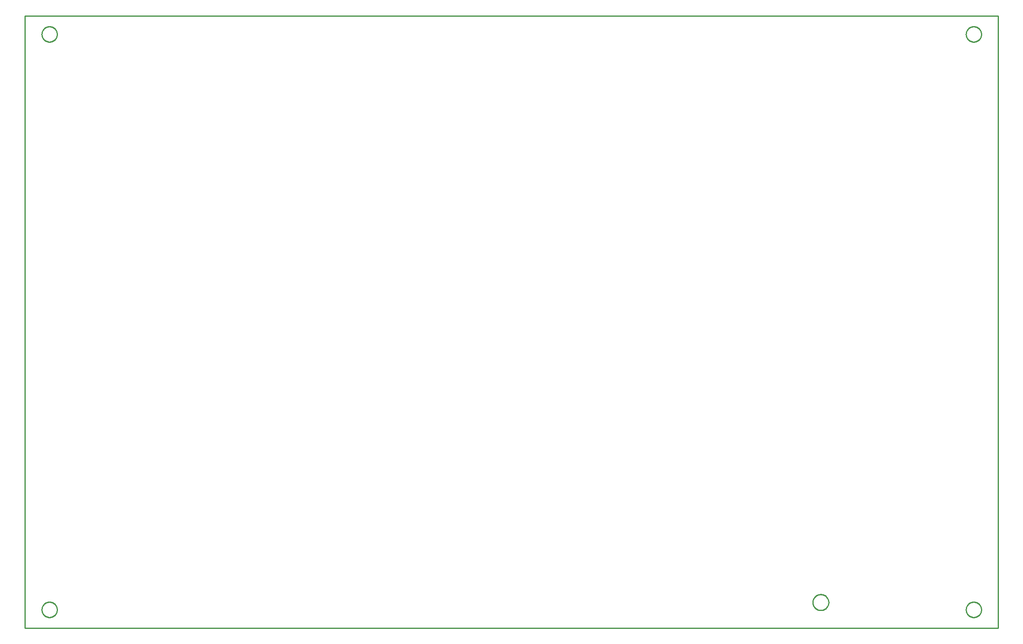
<source format=gko>
G04 EAGLE Gerber RS-274X export*
G75*
%MOMM*%
%FSLAX34Y34*%
%LPD*%
%INBoard Outline*%
%IPPOS*%
%AMOC8*
5,1,8,0,0,1.08239X$1,22.5*%
G01*
%ADD10C,0.000000*%
%ADD11C,0.254000*%


D10*
X-12700Y0D02*
X2006600Y0D01*
X2006600Y1270000D01*
X-12700Y1270000D01*
X-12700Y0D01*
X22225Y38100D02*
X22230Y38490D01*
X22244Y38879D01*
X22268Y39268D01*
X22301Y39656D01*
X22344Y40043D01*
X22397Y40429D01*
X22459Y40814D01*
X22530Y41197D01*
X22611Y41578D01*
X22701Y41957D01*
X22800Y42334D01*
X22909Y42708D01*
X23026Y43080D01*
X23153Y43448D01*
X23289Y43813D01*
X23433Y44175D01*
X23587Y44533D01*
X23749Y44887D01*
X23920Y45238D01*
X24099Y45583D01*
X24287Y45925D01*
X24484Y46261D01*
X24688Y46593D01*
X24900Y46920D01*
X25121Y47241D01*
X25349Y47557D01*
X25585Y47867D01*
X25828Y48171D01*
X26079Y48469D01*
X26337Y48761D01*
X26603Y49046D01*
X26875Y49325D01*
X27154Y49597D01*
X27439Y49863D01*
X27731Y50121D01*
X28029Y50372D01*
X28333Y50615D01*
X28643Y50851D01*
X28959Y51079D01*
X29280Y51300D01*
X29607Y51512D01*
X29939Y51716D01*
X30275Y51913D01*
X30617Y52101D01*
X30962Y52280D01*
X31313Y52451D01*
X31667Y52613D01*
X32025Y52767D01*
X32387Y52911D01*
X32752Y53047D01*
X33120Y53174D01*
X33492Y53291D01*
X33866Y53400D01*
X34243Y53499D01*
X34622Y53589D01*
X35003Y53670D01*
X35386Y53741D01*
X35771Y53803D01*
X36157Y53856D01*
X36544Y53899D01*
X36932Y53932D01*
X37321Y53956D01*
X37710Y53970D01*
X38100Y53975D01*
X38490Y53970D01*
X38879Y53956D01*
X39268Y53932D01*
X39656Y53899D01*
X40043Y53856D01*
X40429Y53803D01*
X40814Y53741D01*
X41197Y53670D01*
X41578Y53589D01*
X41957Y53499D01*
X42334Y53400D01*
X42708Y53291D01*
X43080Y53174D01*
X43448Y53047D01*
X43813Y52911D01*
X44175Y52767D01*
X44533Y52613D01*
X44887Y52451D01*
X45238Y52280D01*
X45583Y52101D01*
X45925Y51913D01*
X46261Y51716D01*
X46593Y51512D01*
X46920Y51300D01*
X47241Y51079D01*
X47557Y50851D01*
X47867Y50615D01*
X48171Y50372D01*
X48469Y50121D01*
X48761Y49863D01*
X49046Y49597D01*
X49325Y49325D01*
X49597Y49046D01*
X49863Y48761D01*
X50121Y48469D01*
X50372Y48171D01*
X50615Y47867D01*
X50851Y47557D01*
X51079Y47241D01*
X51300Y46920D01*
X51512Y46593D01*
X51716Y46261D01*
X51913Y45925D01*
X52101Y45583D01*
X52280Y45238D01*
X52451Y44887D01*
X52613Y44533D01*
X52767Y44175D01*
X52911Y43813D01*
X53047Y43448D01*
X53174Y43080D01*
X53291Y42708D01*
X53400Y42334D01*
X53499Y41957D01*
X53589Y41578D01*
X53670Y41197D01*
X53741Y40814D01*
X53803Y40429D01*
X53856Y40043D01*
X53899Y39656D01*
X53932Y39268D01*
X53956Y38879D01*
X53970Y38490D01*
X53975Y38100D01*
X53970Y37710D01*
X53956Y37321D01*
X53932Y36932D01*
X53899Y36544D01*
X53856Y36157D01*
X53803Y35771D01*
X53741Y35386D01*
X53670Y35003D01*
X53589Y34622D01*
X53499Y34243D01*
X53400Y33866D01*
X53291Y33492D01*
X53174Y33120D01*
X53047Y32752D01*
X52911Y32387D01*
X52767Y32025D01*
X52613Y31667D01*
X52451Y31313D01*
X52280Y30962D01*
X52101Y30617D01*
X51913Y30275D01*
X51716Y29939D01*
X51512Y29607D01*
X51300Y29280D01*
X51079Y28959D01*
X50851Y28643D01*
X50615Y28333D01*
X50372Y28029D01*
X50121Y27731D01*
X49863Y27439D01*
X49597Y27154D01*
X49325Y26875D01*
X49046Y26603D01*
X48761Y26337D01*
X48469Y26079D01*
X48171Y25828D01*
X47867Y25585D01*
X47557Y25349D01*
X47241Y25121D01*
X46920Y24900D01*
X46593Y24688D01*
X46261Y24484D01*
X45925Y24287D01*
X45583Y24099D01*
X45238Y23920D01*
X44887Y23749D01*
X44533Y23587D01*
X44175Y23433D01*
X43813Y23289D01*
X43448Y23153D01*
X43080Y23026D01*
X42708Y22909D01*
X42334Y22800D01*
X41957Y22701D01*
X41578Y22611D01*
X41197Y22530D01*
X40814Y22459D01*
X40429Y22397D01*
X40043Y22344D01*
X39656Y22301D01*
X39268Y22268D01*
X38879Y22244D01*
X38490Y22230D01*
X38100Y22225D01*
X37710Y22230D01*
X37321Y22244D01*
X36932Y22268D01*
X36544Y22301D01*
X36157Y22344D01*
X35771Y22397D01*
X35386Y22459D01*
X35003Y22530D01*
X34622Y22611D01*
X34243Y22701D01*
X33866Y22800D01*
X33492Y22909D01*
X33120Y23026D01*
X32752Y23153D01*
X32387Y23289D01*
X32025Y23433D01*
X31667Y23587D01*
X31313Y23749D01*
X30962Y23920D01*
X30617Y24099D01*
X30275Y24287D01*
X29939Y24484D01*
X29607Y24688D01*
X29280Y24900D01*
X28959Y25121D01*
X28643Y25349D01*
X28333Y25585D01*
X28029Y25828D01*
X27731Y26079D01*
X27439Y26337D01*
X27154Y26603D01*
X26875Y26875D01*
X26603Y27154D01*
X26337Y27439D01*
X26079Y27731D01*
X25828Y28029D01*
X25585Y28333D01*
X25349Y28643D01*
X25121Y28959D01*
X24900Y29280D01*
X24688Y29607D01*
X24484Y29939D01*
X24287Y30275D01*
X24099Y30617D01*
X23920Y30962D01*
X23749Y31313D01*
X23587Y31667D01*
X23433Y32025D01*
X23289Y32387D01*
X23153Y32752D01*
X23026Y33120D01*
X22909Y33492D01*
X22800Y33866D01*
X22701Y34243D01*
X22611Y34622D01*
X22530Y35003D01*
X22459Y35386D01*
X22397Y35771D01*
X22344Y36157D01*
X22301Y36544D01*
X22268Y36932D01*
X22244Y37321D01*
X22230Y37710D01*
X22225Y38100D01*
X22225Y1231900D02*
X22230Y1232290D01*
X22244Y1232679D01*
X22268Y1233068D01*
X22301Y1233456D01*
X22344Y1233843D01*
X22397Y1234229D01*
X22459Y1234614D01*
X22530Y1234997D01*
X22611Y1235378D01*
X22701Y1235757D01*
X22800Y1236134D01*
X22909Y1236508D01*
X23026Y1236880D01*
X23153Y1237248D01*
X23289Y1237613D01*
X23433Y1237975D01*
X23587Y1238333D01*
X23749Y1238687D01*
X23920Y1239038D01*
X24099Y1239383D01*
X24287Y1239725D01*
X24484Y1240061D01*
X24688Y1240393D01*
X24900Y1240720D01*
X25121Y1241041D01*
X25349Y1241357D01*
X25585Y1241667D01*
X25828Y1241971D01*
X26079Y1242269D01*
X26337Y1242561D01*
X26603Y1242846D01*
X26875Y1243125D01*
X27154Y1243397D01*
X27439Y1243663D01*
X27731Y1243921D01*
X28029Y1244172D01*
X28333Y1244415D01*
X28643Y1244651D01*
X28959Y1244879D01*
X29280Y1245100D01*
X29607Y1245312D01*
X29939Y1245516D01*
X30275Y1245713D01*
X30617Y1245901D01*
X30962Y1246080D01*
X31313Y1246251D01*
X31667Y1246413D01*
X32025Y1246567D01*
X32387Y1246711D01*
X32752Y1246847D01*
X33120Y1246974D01*
X33492Y1247091D01*
X33866Y1247200D01*
X34243Y1247299D01*
X34622Y1247389D01*
X35003Y1247470D01*
X35386Y1247541D01*
X35771Y1247603D01*
X36157Y1247656D01*
X36544Y1247699D01*
X36932Y1247732D01*
X37321Y1247756D01*
X37710Y1247770D01*
X38100Y1247775D01*
X38490Y1247770D01*
X38879Y1247756D01*
X39268Y1247732D01*
X39656Y1247699D01*
X40043Y1247656D01*
X40429Y1247603D01*
X40814Y1247541D01*
X41197Y1247470D01*
X41578Y1247389D01*
X41957Y1247299D01*
X42334Y1247200D01*
X42708Y1247091D01*
X43080Y1246974D01*
X43448Y1246847D01*
X43813Y1246711D01*
X44175Y1246567D01*
X44533Y1246413D01*
X44887Y1246251D01*
X45238Y1246080D01*
X45583Y1245901D01*
X45925Y1245713D01*
X46261Y1245516D01*
X46593Y1245312D01*
X46920Y1245100D01*
X47241Y1244879D01*
X47557Y1244651D01*
X47867Y1244415D01*
X48171Y1244172D01*
X48469Y1243921D01*
X48761Y1243663D01*
X49046Y1243397D01*
X49325Y1243125D01*
X49597Y1242846D01*
X49863Y1242561D01*
X50121Y1242269D01*
X50372Y1241971D01*
X50615Y1241667D01*
X50851Y1241357D01*
X51079Y1241041D01*
X51300Y1240720D01*
X51512Y1240393D01*
X51716Y1240061D01*
X51913Y1239725D01*
X52101Y1239383D01*
X52280Y1239038D01*
X52451Y1238687D01*
X52613Y1238333D01*
X52767Y1237975D01*
X52911Y1237613D01*
X53047Y1237248D01*
X53174Y1236880D01*
X53291Y1236508D01*
X53400Y1236134D01*
X53499Y1235757D01*
X53589Y1235378D01*
X53670Y1234997D01*
X53741Y1234614D01*
X53803Y1234229D01*
X53856Y1233843D01*
X53899Y1233456D01*
X53932Y1233068D01*
X53956Y1232679D01*
X53970Y1232290D01*
X53975Y1231900D01*
X53970Y1231510D01*
X53956Y1231121D01*
X53932Y1230732D01*
X53899Y1230344D01*
X53856Y1229957D01*
X53803Y1229571D01*
X53741Y1229186D01*
X53670Y1228803D01*
X53589Y1228422D01*
X53499Y1228043D01*
X53400Y1227666D01*
X53291Y1227292D01*
X53174Y1226920D01*
X53047Y1226552D01*
X52911Y1226187D01*
X52767Y1225825D01*
X52613Y1225467D01*
X52451Y1225113D01*
X52280Y1224762D01*
X52101Y1224417D01*
X51913Y1224075D01*
X51716Y1223739D01*
X51512Y1223407D01*
X51300Y1223080D01*
X51079Y1222759D01*
X50851Y1222443D01*
X50615Y1222133D01*
X50372Y1221829D01*
X50121Y1221531D01*
X49863Y1221239D01*
X49597Y1220954D01*
X49325Y1220675D01*
X49046Y1220403D01*
X48761Y1220137D01*
X48469Y1219879D01*
X48171Y1219628D01*
X47867Y1219385D01*
X47557Y1219149D01*
X47241Y1218921D01*
X46920Y1218700D01*
X46593Y1218488D01*
X46261Y1218284D01*
X45925Y1218087D01*
X45583Y1217899D01*
X45238Y1217720D01*
X44887Y1217549D01*
X44533Y1217387D01*
X44175Y1217233D01*
X43813Y1217089D01*
X43448Y1216953D01*
X43080Y1216826D01*
X42708Y1216709D01*
X42334Y1216600D01*
X41957Y1216501D01*
X41578Y1216411D01*
X41197Y1216330D01*
X40814Y1216259D01*
X40429Y1216197D01*
X40043Y1216144D01*
X39656Y1216101D01*
X39268Y1216068D01*
X38879Y1216044D01*
X38490Y1216030D01*
X38100Y1216025D01*
X37710Y1216030D01*
X37321Y1216044D01*
X36932Y1216068D01*
X36544Y1216101D01*
X36157Y1216144D01*
X35771Y1216197D01*
X35386Y1216259D01*
X35003Y1216330D01*
X34622Y1216411D01*
X34243Y1216501D01*
X33866Y1216600D01*
X33492Y1216709D01*
X33120Y1216826D01*
X32752Y1216953D01*
X32387Y1217089D01*
X32025Y1217233D01*
X31667Y1217387D01*
X31313Y1217549D01*
X30962Y1217720D01*
X30617Y1217899D01*
X30275Y1218087D01*
X29939Y1218284D01*
X29607Y1218488D01*
X29280Y1218700D01*
X28959Y1218921D01*
X28643Y1219149D01*
X28333Y1219385D01*
X28029Y1219628D01*
X27731Y1219879D01*
X27439Y1220137D01*
X27154Y1220403D01*
X26875Y1220675D01*
X26603Y1220954D01*
X26337Y1221239D01*
X26079Y1221531D01*
X25828Y1221829D01*
X25585Y1222133D01*
X25349Y1222443D01*
X25121Y1222759D01*
X24900Y1223080D01*
X24688Y1223407D01*
X24484Y1223739D01*
X24287Y1224075D01*
X24099Y1224417D01*
X23920Y1224762D01*
X23749Y1225113D01*
X23587Y1225467D01*
X23433Y1225825D01*
X23289Y1226187D01*
X23153Y1226552D01*
X23026Y1226920D01*
X22909Y1227292D01*
X22800Y1227666D01*
X22701Y1228043D01*
X22611Y1228422D01*
X22530Y1228803D01*
X22459Y1229186D01*
X22397Y1229571D01*
X22344Y1229957D01*
X22301Y1230344D01*
X22268Y1230732D01*
X22244Y1231121D01*
X22230Y1231510D01*
X22225Y1231900D01*
X1939925Y1231900D02*
X1939930Y1232290D01*
X1939944Y1232679D01*
X1939968Y1233068D01*
X1940001Y1233456D01*
X1940044Y1233843D01*
X1940097Y1234229D01*
X1940159Y1234614D01*
X1940230Y1234997D01*
X1940311Y1235378D01*
X1940401Y1235757D01*
X1940500Y1236134D01*
X1940609Y1236508D01*
X1940726Y1236880D01*
X1940853Y1237248D01*
X1940989Y1237613D01*
X1941133Y1237975D01*
X1941287Y1238333D01*
X1941449Y1238687D01*
X1941620Y1239038D01*
X1941799Y1239383D01*
X1941987Y1239725D01*
X1942184Y1240061D01*
X1942388Y1240393D01*
X1942600Y1240720D01*
X1942821Y1241041D01*
X1943049Y1241357D01*
X1943285Y1241667D01*
X1943528Y1241971D01*
X1943779Y1242269D01*
X1944037Y1242561D01*
X1944303Y1242846D01*
X1944575Y1243125D01*
X1944854Y1243397D01*
X1945139Y1243663D01*
X1945431Y1243921D01*
X1945729Y1244172D01*
X1946033Y1244415D01*
X1946343Y1244651D01*
X1946659Y1244879D01*
X1946980Y1245100D01*
X1947307Y1245312D01*
X1947639Y1245516D01*
X1947975Y1245713D01*
X1948317Y1245901D01*
X1948662Y1246080D01*
X1949013Y1246251D01*
X1949367Y1246413D01*
X1949725Y1246567D01*
X1950087Y1246711D01*
X1950452Y1246847D01*
X1950820Y1246974D01*
X1951192Y1247091D01*
X1951566Y1247200D01*
X1951943Y1247299D01*
X1952322Y1247389D01*
X1952703Y1247470D01*
X1953086Y1247541D01*
X1953471Y1247603D01*
X1953857Y1247656D01*
X1954244Y1247699D01*
X1954632Y1247732D01*
X1955021Y1247756D01*
X1955410Y1247770D01*
X1955800Y1247775D01*
X1956190Y1247770D01*
X1956579Y1247756D01*
X1956968Y1247732D01*
X1957356Y1247699D01*
X1957743Y1247656D01*
X1958129Y1247603D01*
X1958514Y1247541D01*
X1958897Y1247470D01*
X1959278Y1247389D01*
X1959657Y1247299D01*
X1960034Y1247200D01*
X1960408Y1247091D01*
X1960780Y1246974D01*
X1961148Y1246847D01*
X1961513Y1246711D01*
X1961875Y1246567D01*
X1962233Y1246413D01*
X1962587Y1246251D01*
X1962938Y1246080D01*
X1963283Y1245901D01*
X1963625Y1245713D01*
X1963961Y1245516D01*
X1964293Y1245312D01*
X1964620Y1245100D01*
X1964941Y1244879D01*
X1965257Y1244651D01*
X1965567Y1244415D01*
X1965871Y1244172D01*
X1966169Y1243921D01*
X1966461Y1243663D01*
X1966746Y1243397D01*
X1967025Y1243125D01*
X1967297Y1242846D01*
X1967563Y1242561D01*
X1967821Y1242269D01*
X1968072Y1241971D01*
X1968315Y1241667D01*
X1968551Y1241357D01*
X1968779Y1241041D01*
X1969000Y1240720D01*
X1969212Y1240393D01*
X1969416Y1240061D01*
X1969613Y1239725D01*
X1969801Y1239383D01*
X1969980Y1239038D01*
X1970151Y1238687D01*
X1970313Y1238333D01*
X1970467Y1237975D01*
X1970611Y1237613D01*
X1970747Y1237248D01*
X1970874Y1236880D01*
X1970991Y1236508D01*
X1971100Y1236134D01*
X1971199Y1235757D01*
X1971289Y1235378D01*
X1971370Y1234997D01*
X1971441Y1234614D01*
X1971503Y1234229D01*
X1971556Y1233843D01*
X1971599Y1233456D01*
X1971632Y1233068D01*
X1971656Y1232679D01*
X1971670Y1232290D01*
X1971675Y1231900D01*
X1971670Y1231510D01*
X1971656Y1231121D01*
X1971632Y1230732D01*
X1971599Y1230344D01*
X1971556Y1229957D01*
X1971503Y1229571D01*
X1971441Y1229186D01*
X1971370Y1228803D01*
X1971289Y1228422D01*
X1971199Y1228043D01*
X1971100Y1227666D01*
X1970991Y1227292D01*
X1970874Y1226920D01*
X1970747Y1226552D01*
X1970611Y1226187D01*
X1970467Y1225825D01*
X1970313Y1225467D01*
X1970151Y1225113D01*
X1969980Y1224762D01*
X1969801Y1224417D01*
X1969613Y1224075D01*
X1969416Y1223739D01*
X1969212Y1223407D01*
X1969000Y1223080D01*
X1968779Y1222759D01*
X1968551Y1222443D01*
X1968315Y1222133D01*
X1968072Y1221829D01*
X1967821Y1221531D01*
X1967563Y1221239D01*
X1967297Y1220954D01*
X1967025Y1220675D01*
X1966746Y1220403D01*
X1966461Y1220137D01*
X1966169Y1219879D01*
X1965871Y1219628D01*
X1965567Y1219385D01*
X1965257Y1219149D01*
X1964941Y1218921D01*
X1964620Y1218700D01*
X1964293Y1218488D01*
X1963961Y1218284D01*
X1963625Y1218087D01*
X1963283Y1217899D01*
X1962938Y1217720D01*
X1962587Y1217549D01*
X1962233Y1217387D01*
X1961875Y1217233D01*
X1961513Y1217089D01*
X1961148Y1216953D01*
X1960780Y1216826D01*
X1960408Y1216709D01*
X1960034Y1216600D01*
X1959657Y1216501D01*
X1959278Y1216411D01*
X1958897Y1216330D01*
X1958514Y1216259D01*
X1958129Y1216197D01*
X1957743Y1216144D01*
X1957356Y1216101D01*
X1956968Y1216068D01*
X1956579Y1216044D01*
X1956190Y1216030D01*
X1955800Y1216025D01*
X1955410Y1216030D01*
X1955021Y1216044D01*
X1954632Y1216068D01*
X1954244Y1216101D01*
X1953857Y1216144D01*
X1953471Y1216197D01*
X1953086Y1216259D01*
X1952703Y1216330D01*
X1952322Y1216411D01*
X1951943Y1216501D01*
X1951566Y1216600D01*
X1951192Y1216709D01*
X1950820Y1216826D01*
X1950452Y1216953D01*
X1950087Y1217089D01*
X1949725Y1217233D01*
X1949367Y1217387D01*
X1949013Y1217549D01*
X1948662Y1217720D01*
X1948317Y1217899D01*
X1947975Y1218087D01*
X1947639Y1218284D01*
X1947307Y1218488D01*
X1946980Y1218700D01*
X1946659Y1218921D01*
X1946343Y1219149D01*
X1946033Y1219385D01*
X1945729Y1219628D01*
X1945431Y1219879D01*
X1945139Y1220137D01*
X1944854Y1220403D01*
X1944575Y1220675D01*
X1944303Y1220954D01*
X1944037Y1221239D01*
X1943779Y1221531D01*
X1943528Y1221829D01*
X1943285Y1222133D01*
X1943049Y1222443D01*
X1942821Y1222759D01*
X1942600Y1223080D01*
X1942388Y1223407D01*
X1942184Y1223739D01*
X1941987Y1224075D01*
X1941799Y1224417D01*
X1941620Y1224762D01*
X1941449Y1225113D01*
X1941287Y1225467D01*
X1941133Y1225825D01*
X1940989Y1226187D01*
X1940853Y1226552D01*
X1940726Y1226920D01*
X1940609Y1227292D01*
X1940500Y1227666D01*
X1940401Y1228043D01*
X1940311Y1228422D01*
X1940230Y1228803D01*
X1940159Y1229186D01*
X1940097Y1229571D01*
X1940044Y1229957D01*
X1940001Y1230344D01*
X1939968Y1230732D01*
X1939944Y1231121D01*
X1939930Y1231510D01*
X1939925Y1231900D01*
X1939925Y38100D02*
X1939930Y38490D01*
X1939944Y38879D01*
X1939968Y39268D01*
X1940001Y39656D01*
X1940044Y40043D01*
X1940097Y40429D01*
X1940159Y40814D01*
X1940230Y41197D01*
X1940311Y41578D01*
X1940401Y41957D01*
X1940500Y42334D01*
X1940609Y42708D01*
X1940726Y43080D01*
X1940853Y43448D01*
X1940989Y43813D01*
X1941133Y44175D01*
X1941287Y44533D01*
X1941449Y44887D01*
X1941620Y45238D01*
X1941799Y45583D01*
X1941987Y45925D01*
X1942184Y46261D01*
X1942388Y46593D01*
X1942600Y46920D01*
X1942821Y47241D01*
X1943049Y47557D01*
X1943285Y47867D01*
X1943528Y48171D01*
X1943779Y48469D01*
X1944037Y48761D01*
X1944303Y49046D01*
X1944575Y49325D01*
X1944854Y49597D01*
X1945139Y49863D01*
X1945431Y50121D01*
X1945729Y50372D01*
X1946033Y50615D01*
X1946343Y50851D01*
X1946659Y51079D01*
X1946980Y51300D01*
X1947307Y51512D01*
X1947639Y51716D01*
X1947975Y51913D01*
X1948317Y52101D01*
X1948662Y52280D01*
X1949013Y52451D01*
X1949367Y52613D01*
X1949725Y52767D01*
X1950087Y52911D01*
X1950452Y53047D01*
X1950820Y53174D01*
X1951192Y53291D01*
X1951566Y53400D01*
X1951943Y53499D01*
X1952322Y53589D01*
X1952703Y53670D01*
X1953086Y53741D01*
X1953471Y53803D01*
X1953857Y53856D01*
X1954244Y53899D01*
X1954632Y53932D01*
X1955021Y53956D01*
X1955410Y53970D01*
X1955800Y53975D01*
X1956190Y53970D01*
X1956579Y53956D01*
X1956968Y53932D01*
X1957356Y53899D01*
X1957743Y53856D01*
X1958129Y53803D01*
X1958514Y53741D01*
X1958897Y53670D01*
X1959278Y53589D01*
X1959657Y53499D01*
X1960034Y53400D01*
X1960408Y53291D01*
X1960780Y53174D01*
X1961148Y53047D01*
X1961513Y52911D01*
X1961875Y52767D01*
X1962233Y52613D01*
X1962587Y52451D01*
X1962938Y52280D01*
X1963283Y52101D01*
X1963625Y51913D01*
X1963961Y51716D01*
X1964293Y51512D01*
X1964620Y51300D01*
X1964941Y51079D01*
X1965257Y50851D01*
X1965567Y50615D01*
X1965871Y50372D01*
X1966169Y50121D01*
X1966461Y49863D01*
X1966746Y49597D01*
X1967025Y49325D01*
X1967297Y49046D01*
X1967563Y48761D01*
X1967821Y48469D01*
X1968072Y48171D01*
X1968315Y47867D01*
X1968551Y47557D01*
X1968779Y47241D01*
X1969000Y46920D01*
X1969212Y46593D01*
X1969416Y46261D01*
X1969613Y45925D01*
X1969801Y45583D01*
X1969980Y45238D01*
X1970151Y44887D01*
X1970313Y44533D01*
X1970467Y44175D01*
X1970611Y43813D01*
X1970747Y43448D01*
X1970874Y43080D01*
X1970991Y42708D01*
X1971100Y42334D01*
X1971199Y41957D01*
X1971289Y41578D01*
X1971370Y41197D01*
X1971441Y40814D01*
X1971503Y40429D01*
X1971556Y40043D01*
X1971599Y39656D01*
X1971632Y39268D01*
X1971656Y38879D01*
X1971670Y38490D01*
X1971675Y38100D01*
X1971670Y37710D01*
X1971656Y37321D01*
X1971632Y36932D01*
X1971599Y36544D01*
X1971556Y36157D01*
X1971503Y35771D01*
X1971441Y35386D01*
X1971370Y35003D01*
X1971289Y34622D01*
X1971199Y34243D01*
X1971100Y33866D01*
X1970991Y33492D01*
X1970874Y33120D01*
X1970747Y32752D01*
X1970611Y32387D01*
X1970467Y32025D01*
X1970313Y31667D01*
X1970151Y31313D01*
X1969980Y30962D01*
X1969801Y30617D01*
X1969613Y30275D01*
X1969416Y29939D01*
X1969212Y29607D01*
X1969000Y29280D01*
X1968779Y28959D01*
X1968551Y28643D01*
X1968315Y28333D01*
X1968072Y28029D01*
X1967821Y27731D01*
X1967563Y27439D01*
X1967297Y27154D01*
X1967025Y26875D01*
X1966746Y26603D01*
X1966461Y26337D01*
X1966169Y26079D01*
X1965871Y25828D01*
X1965567Y25585D01*
X1965257Y25349D01*
X1964941Y25121D01*
X1964620Y24900D01*
X1964293Y24688D01*
X1963961Y24484D01*
X1963625Y24287D01*
X1963283Y24099D01*
X1962938Y23920D01*
X1962587Y23749D01*
X1962233Y23587D01*
X1961875Y23433D01*
X1961513Y23289D01*
X1961148Y23153D01*
X1960780Y23026D01*
X1960408Y22909D01*
X1960034Y22800D01*
X1959657Y22701D01*
X1959278Y22611D01*
X1958897Y22530D01*
X1958514Y22459D01*
X1958129Y22397D01*
X1957743Y22344D01*
X1957356Y22301D01*
X1956968Y22268D01*
X1956579Y22244D01*
X1956190Y22230D01*
X1955800Y22225D01*
X1955410Y22230D01*
X1955021Y22244D01*
X1954632Y22268D01*
X1954244Y22301D01*
X1953857Y22344D01*
X1953471Y22397D01*
X1953086Y22459D01*
X1952703Y22530D01*
X1952322Y22611D01*
X1951943Y22701D01*
X1951566Y22800D01*
X1951192Y22909D01*
X1950820Y23026D01*
X1950452Y23153D01*
X1950087Y23289D01*
X1949725Y23433D01*
X1949367Y23587D01*
X1949013Y23749D01*
X1948662Y23920D01*
X1948317Y24099D01*
X1947975Y24287D01*
X1947639Y24484D01*
X1947307Y24688D01*
X1946980Y24900D01*
X1946659Y25121D01*
X1946343Y25349D01*
X1946033Y25585D01*
X1945729Y25828D01*
X1945431Y26079D01*
X1945139Y26337D01*
X1944854Y26603D01*
X1944575Y26875D01*
X1944303Y27154D01*
X1944037Y27439D01*
X1943779Y27731D01*
X1943528Y28029D01*
X1943285Y28333D01*
X1943049Y28643D01*
X1942821Y28959D01*
X1942600Y29280D01*
X1942388Y29607D01*
X1942184Y29939D01*
X1941987Y30275D01*
X1941799Y30617D01*
X1941620Y30962D01*
X1941449Y31313D01*
X1941287Y31667D01*
X1941133Y32025D01*
X1940989Y32387D01*
X1940853Y32752D01*
X1940726Y33120D01*
X1940609Y33492D01*
X1940500Y33866D01*
X1940401Y34243D01*
X1940311Y34622D01*
X1940230Y35003D01*
X1940159Y35386D01*
X1940097Y35771D01*
X1940044Y36157D01*
X1940001Y36544D01*
X1939968Y36932D01*
X1939944Y37321D01*
X1939930Y37710D01*
X1939925Y38100D01*
X1621790Y53340D02*
X1621795Y53745D01*
X1621810Y54150D01*
X1621835Y54555D01*
X1621870Y54958D01*
X1621914Y55361D01*
X1621969Y55763D01*
X1622033Y56163D01*
X1622107Y56561D01*
X1622191Y56957D01*
X1622285Y57352D01*
X1622388Y57743D01*
X1622501Y58133D01*
X1622623Y58519D01*
X1622755Y58902D01*
X1622896Y59282D01*
X1623047Y59658D01*
X1623206Y60031D01*
X1623375Y60399D01*
X1623553Y60763D01*
X1623739Y61123D01*
X1623935Y61478D01*
X1624139Y61828D01*
X1624351Y62173D01*
X1624572Y62512D01*
X1624802Y62847D01*
X1625039Y63175D01*
X1625284Y63497D01*
X1625538Y63814D01*
X1625798Y64124D01*
X1626067Y64427D01*
X1626343Y64724D01*
X1626626Y65014D01*
X1626916Y65297D01*
X1627213Y65573D01*
X1627516Y65842D01*
X1627826Y66102D01*
X1628143Y66356D01*
X1628465Y66601D01*
X1628793Y66838D01*
X1629128Y67068D01*
X1629467Y67289D01*
X1629812Y67501D01*
X1630162Y67705D01*
X1630517Y67901D01*
X1630877Y68087D01*
X1631241Y68265D01*
X1631609Y68434D01*
X1631982Y68593D01*
X1632358Y68744D01*
X1632738Y68885D01*
X1633121Y69017D01*
X1633507Y69139D01*
X1633897Y69252D01*
X1634288Y69355D01*
X1634683Y69449D01*
X1635079Y69533D01*
X1635477Y69607D01*
X1635877Y69671D01*
X1636279Y69726D01*
X1636682Y69770D01*
X1637085Y69805D01*
X1637490Y69830D01*
X1637895Y69845D01*
X1638300Y69850D01*
X1638705Y69845D01*
X1639110Y69830D01*
X1639515Y69805D01*
X1639918Y69770D01*
X1640321Y69726D01*
X1640723Y69671D01*
X1641123Y69607D01*
X1641521Y69533D01*
X1641917Y69449D01*
X1642312Y69355D01*
X1642703Y69252D01*
X1643093Y69139D01*
X1643479Y69017D01*
X1643862Y68885D01*
X1644242Y68744D01*
X1644618Y68593D01*
X1644991Y68434D01*
X1645359Y68265D01*
X1645723Y68087D01*
X1646083Y67901D01*
X1646438Y67705D01*
X1646788Y67501D01*
X1647133Y67289D01*
X1647472Y67068D01*
X1647807Y66838D01*
X1648135Y66601D01*
X1648457Y66356D01*
X1648774Y66102D01*
X1649084Y65842D01*
X1649387Y65573D01*
X1649684Y65297D01*
X1649974Y65014D01*
X1650257Y64724D01*
X1650533Y64427D01*
X1650802Y64124D01*
X1651062Y63814D01*
X1651316Y63497D01*
X1651561Y63175D01*
X1651798Y62847D01*
X1652028Y62512D01*
X1652249Y62173D01*
X1652461Y61828D01*
X1652665Y61478D01*
X1652861Y61123D01*
X1653047Y60763D01*
X1653225Y60399D01*
X1653394Y60031D01*
X1653553Y59658D01*
X1653704Y59282D01*
X1653845Y58902D01*
X1653977Y58519D01*
X1654099Y58133D01*
X1654212Y57743D01*
X1654315Y57352D01*
X1654409Y56957D01*
X1654493Y56561D01*
X1654567Y56163D01*
X1654631Y55763D01*
X1654686Y55361D01*
X1654730Y54958D01*
X1654765Y54555D01*
X1654790Y54150D01*
X1654805Y53745D01*
X1654810Y53340D01*
X1654805Y52935D01*
X1654790Y52530D01*
X1654765Y52125D01*
X1654730Y51722D01*
X1654686Y51319D01*
X1654631Y50917D01*
X1654567Y50517D01*
X1654493Y50119D01*
X1654409Y49723D01*
X1654315Y49328D01*
X1654212Y48937D01*
X1654099Y48547D01*
X1653977Y48161D01*
X1653845Y47778D01*
X1653704Y47398D01*
X1653553Y47022D01*
X1653394Y46649D01*
X1653225Y46281D01*
X1653047Y45917D01*
X1652861Y45557D01*
X1652665Y45202D01*
X1652461Y44852D01*
X1652249Y44507D01*
X1652028Y44168D01*
X1651798Y43833D01*
X1651561Y43505D01*
X1651316Y43183D01*
X1651062Y42866D01*
X1650802Y42556D01*
X1650533Y42253D01*
X1650257Y41956D01*
X1649974Y41666D01*
X1649684Y41383D01*
X1649387Y41107D01*
X1649084Y40838D01*
X1648774Y40578D01*
X1648457Y40324D01*
X1648135Y40079D01*
X1647807Y39842D01*
X1647472Y39612D01*
X1647133Y39391D01*
X1646788Y39179D01*
X1646438Y38975D01*
X1646083Y38779D01*
X1645723Y38593D01*
X1645359Y38415D01*
X1644991Y38246D01*
X1644618Y38087D01*
X1644242Y37936D01*
X1643862Y37795D01*
X1643479Y37663D01*
X1643093Y37541D01*
X1642703Y37428D01*
X1642312Y37325D01*
X1641917Y37231D01*
X1641521Y37147D01*
X1641123Y37073D01*
X1640723Y37009D01*
X1640321Y36954D01*
X1639918Y36910D01*
X1639515Y36875D01*
X1639110Y36850D01*
X1638705Y36835D01*
X1638300Y36830D01*
X1637895Y36835D01*
X1637490Y36850D01*
X1637085Y36875D01*
X1636682Y36910D01*
X1636279Y36954D01*
X1635877Y37009D01*
X1635477Y37073D01*
X1635079Y37147D01*
X1634683Y37231D01*
X1634288Y37325D01*
X1633897Y37428D01*
X1633507Y37541D01*
X1633121Y37663D01*
X1632738Y37795D01*
X1632358Y37936D01*
X1631982Y38087D01*
X1631609Y38246D01*
X1631241Y38415D01*
X1630877Y38593D01*
X1630517Y38779D01*
X1630162Y38975D01*
X1629812Y39179D01*
X1629467Y39391D01*
X1629128Y39612D01*
X1628793Y39842D01*
X1628465Y40079D01*
X1628143Y40324D01*
X1627826Y40578D01*
X1627516Y40838D01*
X1627213Y41107D01*
X1626916Y41383D01*
X1626626Y41666D01*
X1626343Y41956D01*
X1626067Y42253D01*
X1625798Y42556D01*
X1625538Y42866D01*
X1625284Y43183D01*
X1625039Y43505D01*
X1624802Y43833D01*
X1624572Y44168D01*
X1624351Y44507D01*
X1624139Y44852D01*
X1623935Y45202D01*
X1623739Y45557D01*
X1623553Y45917D01*
X1623375Y46281D01*
X1623206Y46649D01*
X1623047Y47022D01*
X1622896Y47398D01*
X1622755Y47778D01*
X1622623Y48161D01*
X1622501Y48547D01*
X1622388Y48937D01*
X1622285Y49328D01*
X1622191Y49723D01*
X1622107Y50119D01*
X1622033Y50517D01*
X1621969Y50917D01*
X1621914Y51319D01*
X1621870Y51722D01*
X1621835Y52125D01*
X1621810Y52530D01*
X1621795Y52935D01*
X1621790Y53340D01*
D11*
X-12700Y0D02*
X2006600Y0D01*
X2006600Y1270000D01*
X-12700Y1270000D01*
X-12700Y0D01*
X53975Y37580D02*
X53907Y36543D01*
X53771Y35513D01*
X53569Y34493D01*
X53300Y33489D01*
X52965Y32505D01*
X52568Y31545D01*
X52108Y30613D01*
X51588Y29712D01*
X51011Y28848D01*
X50378Y28024D01*
X49693Y27242D01*
X48958Y26507D01*
X48176Y25822D01*
X47352Y25189D01*
X46488Y24612D01*
X45587Y24092D01*
X44655Y23632D01*
X43695Y23235D01*
X42711Y22900D01*
X41707Y22631D01*
X40687Y22429D01*
X39657Y22293D01*
X38620Y22225D01*
X37580Y22225D01*
X36543Y22293D01*
X35513Y22429D01*
X34493Y22631D01*
X33489Y22900D01*
X32505Y23235D01*
X31545Y23632D01*
X30613Y24092D01*
X29712Y24612D01*
X28848Y25189D01*
X28024Y25822D01*
X27242Y26507D01*
X26507Y27242D01*
X25822Y28024D01*
X25189Y28848D01*
X24612Y29712D01*
X24092Y30613D01*
X23632Y31545D01*
X23235Y32505D01*
X22900Y33489D01*
X22631Y34493D01*
X22429Y35513D01*
X22293Y36543D01*
X22225Y37580D01*
X22225Y38620D01*
X22293Y39657D01*
X22429Y40687D01*
X22631Y41707D01*
X22900Y42711D01*
X23235Y43695D01*
X23632Y44655D01*
X24092Y45587D01*
X24612Y46488D01*
X25189Y47352D01*
X25822Y48176D01*
X26507Y48958D01*
X27242Y49693D01*
X28024Y50378D01*
X28848Y51011D01*
X29712Y51588D01*
X30613Y52108D01*
X31545Y52568D01*
X32505Y52965D01*
X33489Y53300D01*
X34493Y53569D01*
X35513Y53771D01*
X36543Y53907D01*
X37580Y53975D01*
X38620Y53975D01*
X39657Y53907D01*
X40687Y53771D01*
X41707Y53569D01*
X42711Y53300D01*
X43695Y52965D01*
X44655Y52568D01*
X45587Y52108D01*
X46488Y51588D01*
X47352Y51011D01*
X48176Y50378D01*
X48958Y49693D01*
X49693Y48958D01*
X50378Y48176D01*
X51011Y47352D01*
X51588Y46488D01*
X52108Y45587D01*
X52568Y44655D01*
X52965Y43695D01*
X53300Y42711D01*
X53569Y41707D01*
X53771Y40687D01*
X53907Y39657D01*
X53975Y38620D01*
X53975Y37580D01*
X53975Y1231380D02*
X53907Y1230343D01*
X53771Y1229313D01*
X53569Y1228293D01*
X53300Y1227289D01*
X52965Y1226305D01*
X52568Y1225345D01*
X52108Y1224413D01*
X51588Y1223512D01*
X51011Y1222648D01*
X50378Y1221824D01*
X49693Y1221042D01*
X48958Y1220307D01*
X48176Y1219622D01*
X47352Y1218989D01*
X46488Y1218412D01*
X45587Y1217892D01*
X44655Y1217432D01*
X43695Y1217035D01*
X42711Y1216700D01*
X41707Y1216431D01*
X40687Y1216229D01*
X39657Y1216093D01*
X38620Y1216025D01*
X37580Y1216025D01*
X36543Y1216093D01*
X35513Y1216229D01*
X34493Y1216431D01*
X33489Y1216700D01*
X32505Y1217035D01*
X31545Y1217432D01*
X30613Y1217892D01*
X29712Y1218412D01*
X28848Y1218989D01*
X28024Y1219622D01*
X27242Y1220307D01*
X26507Y1221042D01*
X25822Y1221824D01*
X25189Y1222648D01*
X24612Y1223512D01*
X24092Y1224413D01*
X23632Y1225345D01*
X23235Y1226305D01*
X22900Y1227289D01*
X22631Y1228293D01*
X22429Y1229313D01*
X22293Y1230343D01*
X22225Y1231380D01*
X22225Y1232420D01*
X22293Y1233457D01*
X22429Y1234487D01*
X22631Y1235507D01*
X22900Y1236511D01*
X23235Y1237495D01*
X23632Y1238455D01*
X24092Y1239387D01*
X24612Y1240288D01*
X25189Y1241152D01*
X25822Y1241976D01*
X26507Y1242758D01*
X27242Y1243493D01*
X28024Y1244178D01*
X28848Y1244811D01*
X29712Y1245388D01*
X30613Y1245908D01*
X31545Y1246368D01*
X32505Y1246765D01*
X33489Y1247100D01*
X34493Y1247369D01*
X35513Y1247571D01*
X36543Y1247707D01*
X37580Y1247775D01*
X38620Y1247775D01*
X39657Y1247707D01*
X40687Y1247571D01*
X41707Y1247369D01*
X42711Y1247100D01*
X43695Y1246765D01*
X44655Y1246368D01*
X45587Y1245908D01*
X46488Y1245388D01*
X47352Y1244811D01*
X48176Y1244178D01*
X48958Y1243493D01*
X49693Y1242758D01*
X50378Y1241976D01*
X51011Y1241152D01*
X51588Y1240288D01*
X52108Y1239387D01*
X52568Y1238455D01*
X52965Y1237495D01*
X53300Y1236511D01*
X53569Y1235507D01*
X53771Y1234487D01*
X53907Y1233457D01*
X53975Y1232420D01*
X53975Y1231380D01*
X1971675Y1231380D02*
X1971607Y1230343D01*
X1971471Y1229313D01*
X1971269Y1228293D01*
X1971000Y1227289D01*
X1970665Y1226305D01*
X1970268Y1225345D01*
X1969808Y1224413D01*
X1969288Y1223512D01*
X1968711Y1222648D01*
X1968078Y1221824D01*
X1967393Y1221042D01*
X1966658Y1220307D01*
X1965876Y1219622D01*
X1965052Y1218989D01*
X1964188Y1218412D01*
X1963287Y1217892D01*
X1962355Y1217432D01*
X1961395Y1217035D01*
X1960411Y1216700D01*
X1959407Y1216431D01*
X1958387Y1216229D01*
X1957357Y1216093D01*
X1956320Y1216025D01*
X1955280Y1216025D01*
X1954243Y1216093D01*
X1953213Y1216229D01*
X1952193Y1216431D01*
X1951189Y1216700D01*
X1950205Y1217035D01*
X1949245Y1217432D01*
X1948313Y1217892D01*
X1947412Y1218412D01*
X1946548Y1218989D01*
X1945724Y1219622D01*
X1944942Y1220307D01*
X1944207Y1221042D01*
X1943522Y1221824D01*
X1942889Y1222648D01*
X1942312Y1223512D01*
X1941792Y1224413D01*
X1941332Y1225345D01*
X1940935Y1226305D01*
X1940600Y1227289D01*
X1940331Y1228293D01*
X1940129Y1229313D01*
X1939993Y1230343D01*
X1939925Y1231380D01*
X1939925Y1232420D01*
X1939993Y1233457D01*
X1940129Y1234487D01*
X1940331Y1235507D01*
X1940600Y1236511D01*
X1940935Y1237495D01*
X1941332Y1238455D01*
X1941792Y1239387D01*
X1942312Y1240288D01*
X1942889Y1241152D01*
X1943522Y1241976D01*
X1944207Y1242758D01*
X1944942Y1243493D01*
X1945724Y1244178D01*
X1946548Y1244811D01*
X1947412Y1245388D01*
X1948313Y1245908D01*
X1949245Y1246368D01*
X1950205Y1246765D01*
X1951189Y1247100D01*
X1952193Y1247369D01*
X1953213Y1247571D01*
X1954243Y1247707D01*
X1955280Y1247775D01*
X1956320Y1247775D01*
X1957357Y1247707D01*
X1958387Y1247571D01*
X1959407Y1247369D01*
X1960411Y1247100D01*
X1961395Y1246765D01*
X1962355Y1246368D01*
X1963287Y1245908D01*
X1964188Y1245388D01*
X1965052Y1244811D01*
X1965876Y1244178D01*
X1966658Y1243493D01*
X1967393Y1242758D01*
X1968078Y1241976D01*
X1968711Y1241152D01*
X1969288Y1240288D01*
X1969808Y1239387D01*
X1970268Y1238455D01*
X1970665Y1237495D01*
X1971000Y1236511D01*
X1971269Y1235507D01*
X1971471Y1234487D01*
X1971607Y1233457D01*
X1971675Y1232420D01*
X1971675Y1231380D01*
X1971675Y37580D02*
X1971607Y36543D01*
X1971471Y35513D01*
X1971269Y34493D01*
X1971000Y33489D01*
X1970665Y32505D01*
X1970268Y31545D01*
X1969808Y30613D01*
X1969288Y29712D01*
X1968711Y28848D01*
X1968078Y28024D01*
X1967393Y27242D01*
X1966658Y26507D01*
X1965876Y25822D01*
X1965052Y25189D01*
X1964188Y24612D01*
X1963287Y24092D01*
X1962355Y23632D01*
X1961395Y23235D01*
X1960411Y22900D01*
X1959407Y22631D01*
X1958387Y22429D01*
X1957357Y22293D01*
X1956320Y22225D01*
X1955280Y22225D01*
X1954243Y22293D01*
X1953213Y22429D01*
X1952193Y22631D01*
X1951189Y22900D01*
X1950205Y23235D01*
X1949245Y23632D01*
X1948313Y24092D01*
X1947412Y24612D01*
X1946548Y25189D01*
X1945724Y25822D01*
X1944942Y26507D01*
X1944207Y27242D01*
X1943522Y28024D01*
X1942889Y28848D01*
X1942312Y29712D01*
X1941792Y30613D01*
X1941332Y31545D01*
X1940935Y32505D01*
X1940600Y33489D01*
X1940331Y34493D01*
X1940129Y35513D01*
X1939993Y36543D01*
X1939925Y37580D01*
X1939925Y38620D01*
X1939993Y39657D01*
X1940129Y40687D01*
X1940331Y41707D01*
X1940600Y42711D01*
X1940935Y43695D01*
X1941332Y44655D01*
X1941792Y45587D01*
X1942312Y46488D01*
X1942889Y47352D01*
X1943522Y48176D01*
X1944207Y48958D01*
X1944942Y49693D01*
X1945724Y50378D01*
X1946548Y51011D01*
X1947412Y51588D01*
X1948313Y52108D01*
X1949245Y52568D01*
X1950205Y52965D01*
X1951189Y53300D01*
X1952193Y53569D01*
X1953213Y53771D01*
X1954243Y53907D01*
X1955280Y53975D01*
X1956320Y53975D01*
X1957357Y53907D01*
X1958387Y53771D01*
X1959407Y53569D01*
X1960411Y53300D01*
X1961395Y52965D01*
X1962355Y52568D01*
X1963287Y52108D01*
X1964188Y51588D01*
X1965052Y51011D01*
X1965876Y50378D01*
X1966658Y49693D01*
X1967393Y48958D01*
X1968078Y48176D01*
X1968711Y47352D01*
X1969288Y46488D01*
X1969808Y45587D01*
X1970268Y44655D01*
X1970665Y43695D01*
X1971000Y42711D01*
X1971269Y41707D01*
X1971471Y40687D01*
X1971607Y39657D01*
X1971675Y38620D01*
X1971675Y37580D01*
X1621790Y53880D02*
X1621861Y54959D01*
X1622002Y56031D01*
X1622213Y57091D01*
X1622492Y58135D01*
X1622840Y59159D01*
X1623254Y60157D01*
X1623732Y61127D01*
X1624272Y62063D01*
X1624873Y62962D01*
X1625531Y63819D01*
X1626244Y64632D01*
X1627008Y65397D01*
X1627821Y66109D01*
X1628678Y66767D01*
X1629577Y67368D01*
X1630513Y67908D01*
X1631483Y68386D01*
X1632481Y68800D01*
X1633505Y69148D01*
X1634549Y69427D01*
X1635609Y69638D01*
X1636681Y69779D01*
X1637760Y69850D01*
X1638840Y69850D01*
X1639919Y69779D01*
X1640991Y69638D01*
X1642051Y69427D01*
X1643095Y69148D01*
X1644119Y68800D01*
X1645117Y68386D01*
X1646087Y67908D01*
X1647023Y67368D01*
X1647922Y66767D01*
X1648779Y66109D01*
X1649592Y65397D01*
X1650357Y64632D01*
X1651069Y63819D01*
X1651727Y62962D01*
X1652328Y62063D01*
X1652868Y61127D01*
X1653346Y60157D01*
X1653760Y59159D01*
X1654108Y58135D01*
X1654387Y57091D01*
X1654598Y56031D01*
X1654739Y54959D01*
X1654810Y53880D01*
X1654810Y52800D01*
X1654739Y51721D01*
X1654598Y50649D01*
X1654387Y49589D01*
X1654108Y48545D01*
X1653760Y47521D01*
X1653346Y46523D01*
X1652868Y45553D01*
X1652328Y44617D01*
X1651727Y43718D01*
X1651069Y42861D01*
X1650357Y42048D01*
X1649592Y41284D01*
X1648779Y40571D01*
X1647922Y39913D01*
X1647023Y39312D01*
X1646087Y38772D01*
X1645117Y38294D01*
X1644119Y37880D01*
X1643095Y37532D01*
X1642051Y37253D01*
X1640991Y37042D01*
X1639919Y36901D01*
X1638840Y36830D01*
X1637760Y36830D01*
X1636681Y36901D01*
X1635609Y37042D01*
X1634549Y37253D01*
X1633505Y37532D01*
X1632481Y37880D01*
X1631483Y38294D01*
X1630513Y38772D01*
X1629577Y39312D01*
X1628678Y39913D01*
X1627821Y40571D01*
X1627008Y41284D01*
X1626244Y42048D01*
X1625531Y42861D01*
X1624873Y43718D01*
X1624272Y44617D01*
X1623732Y45553D01*
X1623254Y46523D01*
X1622840Y47521D01*
X1622492Y48545D01*
X1622213Y49589D01*
X1622002Y50649D01*
X1621861Y51721D01*
X1621790Y52800D01*
X1621790Y53880D01*
M02*

</source>
